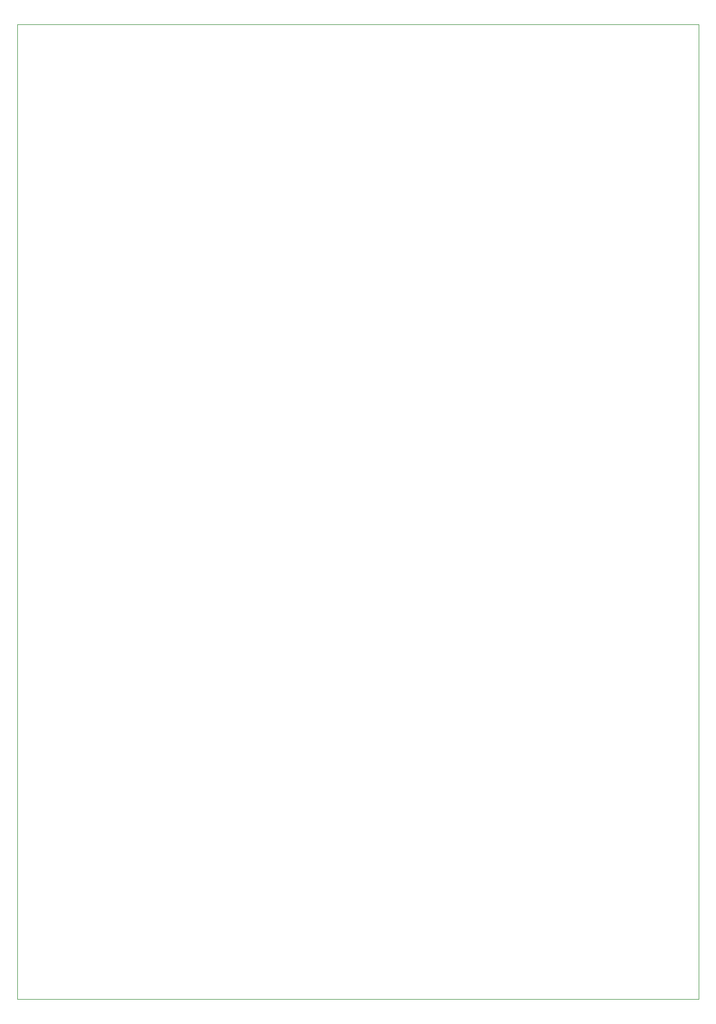
<source format=gbr>
G04 (created by PCBNEW (2013-07-07 BZR 4022)-stable) date 11/4/2014 1:01:41 AM*
%MOIN*%
G04 Gerber Fmt 3.4, Leading zero omitted, Abs format*
%FSLAX34Y34*%
G01*
G70*
G90*
G04 APERTURE LIST*
%ADD10C,0.01*%
%ADD11C,0.00393701*%
G04 APERTURE END LIST*
G54D10*
G54D11*
X42000Y0D02*
X0Y0D01*
X42000Y60000D02*
X42000Y0D01*
X0Y60000D02*
X42000Y60000D01*
X0Y0D02*
X0Y60000D01*
M02*

</source>
